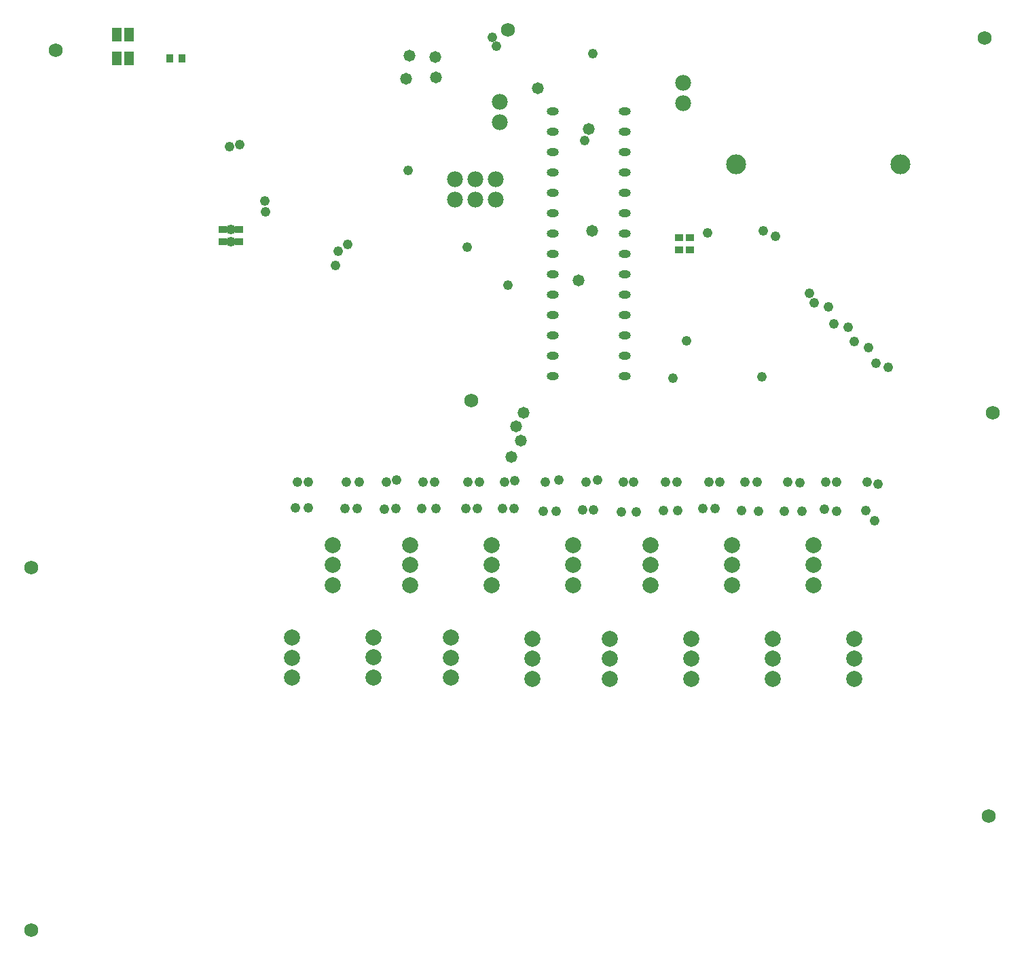
<source format=gbs>
%FSLAX24Y24*%
%MOIN*%
G70*
G01*
G75*
G04 Layer_Color=16711935*
G04:AMPARAMS|DCode=10|XSize=30mil|YSize=35mil|CornerRadius=0mil|HoleSize=0mil|Usage=FLASHONLY|Rotation=325.000|XOffset=0mil|YOffset=0mil|HoleType=Round|Shape=Rectangle|*
%AMROTATEDRECTD10*
4,1,4,-0.0223,-0.0057,-0.0023,0.0229,0.0223,0.0057,0.0023,-0.0229,-0.0223,-0.0057,0.0*
%
%ADD10ROTATEDRECTD10*%

G04:AMPARAMS|DCode=11|XSize=30mil|YSize=35mil|CornerRadius=0mil|HoleSize=0mil|Usage=FLASHONLY|Rotation=327.000|XOffset=0mil|YOffset=0mil|HoleType=Round|Shape=Rectangle|*
%AMROTATEDRECTD11*
4,1,4,-0.0221,-0.0065,-0.0030,0.0228,0.0221,0.0065,0.0030,-0.0228,-0.0221,-0.0065,0.0*
%
%ADD11ROTATEDRECTD11*%

G04:AMPARAMS|DCode=12|XSize=60mil|YSize=56mil|CornerRadius=0mil|HoleSize=0mil|Usage=FLASHONLY|Rotation=328.000|XOffset=0mil|YOffset=0mil|HoleType=Round|Shape=Rectangle|*
%AMROTATEDRECTD12*
4,1,4,-0.0403,-0.0078,-0.0106,0.0396,0.0403,0.0078,0.0106,-0.0396,-0.0403,-0.0078,0.0*
%
%ADD12ROTATEDRECTD12*%

G04:AMPARAMS|DCode=13|XSize=60mil|YSize=56mil|CornerRadius=0mil|HoleSize=0mil|Usage=FLASHONLY|Rotation=327.000|XOffset=0mil|YOffset=0mil|HoleType=Round|Shape=Rectangle|*
%AMROTATEDRECTD13*
4,1,4,-0.0404,-0.0071,-0.0099,0.0398,0.0404,0.0071,0.0099,-0.0398,-0.0404,-0.0071,0.0*
%
%ADD13ROTATEDRECTD13*%

%ADD14R,0.0140X0.0800*%
%ADD15R,0.0300X0.0350*%
%ADD16R,0.0350X0.0300*%
%ADD17R,0.0600X0.0560*%
%ADD18R,0.0200X0.0240*%
%ADD19R,0.0560X0.0600*%
%ADD20R,0.0400X0.0250*%
%ADD21O,0.0591X0.0394*%
%ADD22C,0.0300*%
%ADD23C,0.0100*%
%ADD24C,0.0200*%
%ADD25C,0.0240*%
%ADD26C,0.0600*%
%ADD27C,0.0787*%
%ADD28C,0.0900*%
%ADD29C,0.0700*%
%ADD30C,0.0400*%
%ADD31C,0.0500*%
%ADD32R,0.0430X0.0590*%
G04:AMPARAMS|DCode=33|XSize=38mil|YSize=43mil|CornerRadius=0mil|HoleSize=0mil|Usage=FLASHONLY|Rotation=325.000|XOffset=0mil|YOffset=0mil|HoleType=Round|Shape=Rectangle|*
%AMROTATEDRECTD33*
4,1,4,-0.0279,-0.0067,-0.0032,0.0285,0.0279,0.0067,0.0032,-0.0285,-0.0279,-0.0067,0.0*
%
%ADD33ROTATEDRECTD33*%

G04:AMPARAMS|DCode=34|XSize=38mil|YSize=43mil|CornerRadius=0mil|HoleSize=0mil|Usage=FLASHONLY|Rotation=327.000|XOffset=0mil|YOffset=0mil|HoleType=Round|Shape=Rectangle|*
%AMROTATEDRECTD34*
4,1,4,-0.0276,-0.0077,-0.0042,0.0284,0.0276,0.0077,0.0042,-0.0284,-0.0276,-0.0077,0.0*
%
%ADD34ROTATEDRECTD34*%

G04:AMPARAMS|DCode=35|XSize=68mil|YSize=64mil|CornerRadius=0mil|HoleSize=0mil|Usage=FLASHONLY|Rotation=328.000|XOffset=0mil|YOffset=0mil|HoleType=Round|Shape=Rectangle|*
%AMROTATEDRECTD35*
4,1,4,-0.0458,-0.0091,-0.0119,0.0452,0.0458,0.0091,0.0119,-0.0452,-0.0458,-0.0091,0.0*
%
%ADD35ROTATEDRECTD35*%

G04:AMPARAMS|DCode=36|XSize=68mil|YSize=64mil|CornerRadius=0mil|HoleSize=0mil|Usage=FLASHONLY|Rotation=327.000|XOffset=0mil|YOffset=0mil|HoleType=Round|Shape=Rectangle|*
%AMROTATEDRECTD36*
4,1,4,-0.0459,-0.0083,-0.0111,0.0454,0.0459,0.0083,0.0111,-0.0454,-0.0459,-0.0083,0.0*
%
%ADD36ROTATEDRECTD36*%

%ADD37R,0.0220X0.0880*%
%ADD38R,0.0380X0.0430*%
%ADD39R,0.0430X0.0380*%
%ADD40R,0.0680X0.0640*%
%ADD41R,0.0280X0.0320*%
%ADD42R,0.0640X0.0680*%
%ADD43R,0.0480X0.0330*%
%ADD44O,0.0591X0.0394*%
%ADD45C,0.0680*%
%ADD46C,0.0788*%
%ADD47C,0.0980*%
%ADD48C,0.0780*%
%ADD49C,0.0480*%
%ADD50C,0.0580*%
%ADD51R,0.0510X0.0670*%
G54D38*
X56000Y197000D02*
D03*
X55400D02*
D03*
G54D39*
X58800Y188000D02*
D03*
Y188600D02*
D03*
X58000Y188000D02*
D03*
Y188600D02*
D03*
X80400Y187600D02*
D03*
Y188200D02*
D03*
X80942Y187607D02*
D03*
Y188207D02*
D03*
G54D44*
X77743Y194406D02*
D03*
X77742Y193402D02*
D03*
X77743Y192390D02*
D03*
Y191406D02*
D03*
X77738Y190413D02*
D03*
X77743Y189406D02*
D03*
Y188406D02*
D03*
Y187406D02*
D03*
X77738Y186400D02*
D03*
X77743Y185406D02*
D03*
Y184406D02*
D03*
Y183406D02*
D03*
Y182406D02*
D03*
X77738Y181406D02*
D03*
X74195D02*
D03*
X74200Y182406D02*
D03*
Y183406D02*
D03*
Y184406D02*
D03*
Y185406D02*
D03*
X74195Y186400D02*
D03*
X74200Y187406D02*
D03*
Y188406D02*
D03*
Y189406D02*
D03*
X74195Y190413D02*
D03*
X74200Y191406D02*
D03*
Y192390D02*
D03*
X74199Y193402D02*
D03*
X74200Y194406D02*
D03*
G54D45*
X95800Y179600D02*
D03*
X95400Y198000D02*
D03*
X70200Y180200D02*
D03*
X72000Y198400D02*
D03*
X49800Y197400D02*
D03*
X95600Y159800D02*
D03*
X48600Y154200D02*
D03*
Y172000D02*
D03*
G54D46*
X89000Y166550D02*
D03*
Y167534D02*
D03*
Y168519D02*
D03*
X85000Y166550D02*
D03*
Y167534D02*
D03*
Y168519D02*
D03*
X87000Y171150D02*
D03*
Y172134D02*
D03*
Y173118D02*
D03*
X83000Y171150D02*
D03*
Y172134D02*
D03*
Y173118D02*
D03*
X79000Y171150D02*
D03*
Y172134D02*
D03*
Y173118D02*
D03*
X81000Y166550D02*
D03*
Y167534D02*
D03*
Y168519D02*
D03*
X77000Y166550D02*
D03*
Y167534D02*
D03*
Y168519D02*
D03*
X73200Y166550D02*
D03*
Y167534D02*
D03*
Y168519D02*
D03*
X75200Y171150D02*
D03*
Y172134D02*
D03*
Y173118D02*
D03*
X71200Y171150D02*
D03*
Y172134D02*
D03*
Y173118D02*
D03*
X67200Y171150D02*
D03*
Y172134D02*
D03*
Y173118D02*
D03*
X69200Y166600D02*
D03*
Y167584D02*
D03*
Y168568D02*
D03*
X63400Y171150D02*
D03*
Y172134D02*
D03*
Y173118D02*
D03*
X65400Y166616D02*
D03*
Y167600D02*
D03*
Y168584D02*
D03*
X61400Y166600D02*
D03*
Y167584D02*
D03*
Y168568D02*
D03*
G54D47*
X83200Y191800D02*
D03*
X91270D02*
D03*
G54D48*
X80600Y195800D02*
D03*
Y194800D02*
D03*
X71600Y193880D02*
D03*
Y194880D02*
D03*
X71400Y191080D02*
D03*
X70400D02*
D03*
X69400D02*
D03*
Y190080D02*
D03*
X70400D02*
D03*
X71400D02*
D03*
G54D49*
X75760Y192970D02*
D03*
X58840Y192770D02*
D03*
X76150Y197250D02*
D03*
X71430Y197590D02*
D03*
X71230Y198040D02*
D03*
X84540Y188550D02*
D03*
X85120Y188270D02*
D03*
X70010Y187730D02*
D03*
X71980Y185870D02*
D03*
X67100Y191520D02*
D03*
X84470Y181370D02*
D03*
X80080Y181290D02*
D03*
X81790Y188430D02*
D03*
X80760Y183140D02*
D03*
X63530Y186850D02*
D03*
X63650Y187540D02*
D03*
X64120Y187870D02*
D03*
X90670Y181830D02*
D03*
X90070Y182050D02*
D03*
X89700Y182800D02*
D03*
X88980Y183090D02*
D03*
X88710Y183820D02*
D03*
X88010Y183960D02*
D03*
X87740Y184790D02*
D03*
X87040Y185000D02*
D03*
X86810Y185470D02*
D03*
X60090Y189480D02*
D03*
X60070Y190020D02*
D03*
X58330Y192670D02*
D03*
X58410Y188600D02*
D03*
X58400Y188000D02*
D03*
X62190Y176210D02*
D03*
X61670D02*
D03*
X62200Y174930D02*
D03*
X61570D02*
D03*
X64590Y174900D02*
D03*
X63980Y174890D02*
D03*
X64680Y176210D02*
D03*
X64050D02*
D03*
X66530Y176290D02*
D03*
X66040Y176200D02*
D03*
X66480Y174890D02*
D03*
X65930Y174860D02*
D03*
X68470Y174890D02*
D03*
X67760D02*
D03*
X68390Y176210D02*
D03*
X67820D02*
D03*
X70580D02*
D03*
X70040D02*
D03*
X70490Y174910D02*
D03*
X69930D02*
D03*
X72290Y174890D02*
D03*
X71720D02*
D03*
X72330Y176280D02*
D03*
X71820Y176210D02*
D03*
X74350Y174780D02*
D03*
X73720D02*
D03*
X74490Y176310D02*
D03*
X73840Y176200D02*
D03*
X76380Y176300D02*
D03*
X75820Y176200D02*
D03*
X76200Y174830D02*
D03*
X75650D02*
D03*
X78310Y174730D02*
D03*
X77550D02*
D03*
X78170Y176190D02*
D03*
X77660Y176210D02*
D03*
X89980Y174300D02*
D03*
X89560Y174790D02*
D03*
X90170Y176120D02*
D03*
X89640Y176200D02*
D03*
X88140Y174770D02*
D03*
X87520Y174860D02*
D03*
X88120Y176210D02*
D03*
X87610D02*
D03*
X86420Y174760D02*
D03*
X85550D02*
D03*
X86340Y176170D02*
D03*
X85720Y176210D02*
D03*
X84220D02*
D03*
X83620D02*
D03*
X84300Y174770D02*
D03*
X83460Y174820D02*
D03*
X82170Y174900D02*
D03*
X81570D02*
D03*
X82410Y176220D02*
D03*
X81850Y176210D02*
D03*
X80340Y174820D02*
D03*
X79630D02*
D03*
X80310Y176210D02*
D03*
X79720Y176200D02*
D03*
G54D50*
X76120Y188530D02*
D03*
X75960Y193530D02*
D03*
X68470Y196060D02*
D03*
X66990Y195990D02*
D03*
X75460Y186120D02*
D03*
X72160Y177450D02*
D03*
X72640Y178230D02*
D03*
X72400Y178940D02*
D03*
X72750Y179590D02*
D03*
X68420Y197070D02*
D03*
X67160Y197150D02*
D03*
X73460Y195540D02*
D03*
G54D51*
X53400Y198180D02*
D03*
Y197000D02*
D03*
X52810D02*
D03*
Y198180D02*
D03*
M02*

</source>
